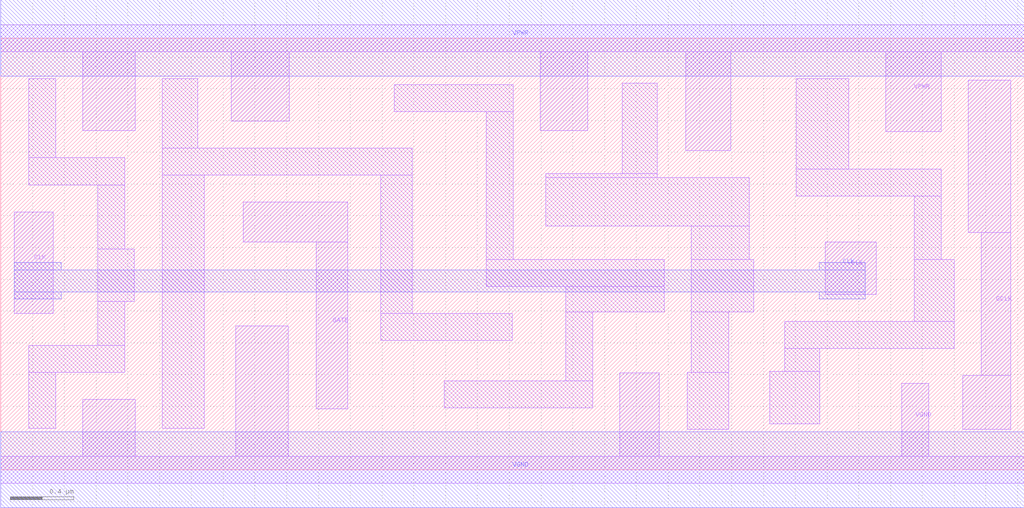
<source format=lef>
# Copyright 2020 The SkyWater PDK Authors
#
# Licensed under the Apache License, Version 2.0 (the "License");
# you may not use this file except in compliance with the License.
# You may obtain a copy of the License at
#
#     https://www.apache.org/licenses/LICENSE-2.0
#
# Unless required by applicable law or agreed to in writing, software
# distributed under the License is distributed on an "AS IS" BASIS,
# WITHOUT WARRANTIES OR CONDITIONS OF ANY KIND, either express or implied.
# See the License for the specific language governing permissions and
# limitations under the License.
#
# SPDX-License-Identifier: Apache-2.0

VERSION 5.5 ;
NAMESCASESENSITIVE ON ;
BUSBITCHARS "[]" ;
DIVIDERCHAR "/" ;
MACRO sky130_fd_sc_hd__dlclkp_1
  CLASS CORE ;
  SOURCE USER ;
  ORIGIN  0.000000  0.000000 ;
  SIZE  6.440000 BY  2.720000 ;
  SYMMETRY X Y R90 ;
  SITE unithd ;
  PIN GATE
    ANTENNAGATEAREA  0.159000 ;
    DIRECTION INPUT ;
    USE SIGNAL ;
    PORT
      LAYER li1 ;
        RECT 1.525000 1.435000 2.185000 1.685000 ;
        RECT 1.985000 0.385000 2.185000 1.435000 ;
    END
  END GATE
  PIN GCLK
    ANTENNADIFFAREA  0.429000 ;
    DIRECTION OUTPUT ;
    USE SIGNAL ;
    PORT
      LAYER li1 ;
        RECT 6.055000 0.255000 6.355000 0.595000 ;
        RECT 6.090000 1.495000 6.355000 2.455000 ;
        RECT 6.170000 0.595000 6.355000 1.495000 ;
    END
  END GCLK
  PIN CLK
    ANTENNAGATEAREA  0.318000 ;
    DIRECTION INPUT ;
    USE CLOCK ;
    PORT
      LAYER li1 ;
        RECT 0.085000 0.985000 0.330000 1.625000 ;
    END
    PORT
      LAYER li1 ;
        RECT 5.190000 1.105000 5.510000 1.435000 ;
    END
    PORT
      LAYER met1 ;
        RECT 0.085000 1.075000 0.380000 1.120000 ;
        RECT 0.085000 1.120000 5.440000 1.260000 ;
        RECT 0.085000 1.260000 0.380000 1.305000 ;
        RECT 5.150000 1.075000 5.440000 1.120000 ;
        RECT 5.150000 1.260000 5.440000 1.305000 ;
    END
  END CLK
  PIN VGND
    DIRECTION INOUT ;
    SHAPE ABUTMENT ;
    USE GROUND ;
    PORT
      LAYER li1 ;
        RECT 0.000000 -0.085000 6.440000 0.085000 ;
        RECT 0.515000  0.085000 0.845000 0.445000 ;
        RECT 1.480000  0.085000 1.810000 0.905000 ;
        RECT 3.895000  0.085000 4.145000 0.610000 ;
        RECT 5.670000  0.085000 5.840000 0.545000 ;
    END
    PORT
      LAYER met1 ;
        RECT 0.000000 -0.240000 6.440000 0.240000 ;
    END
  END VGND
  PIN VNB
    DIRECTION INOUT ;
    USE GROUND ;
    PORT
    END
  END VNB
  PIN VPB
    DIRECTION INOUT ;
    USE POWER ;
    PORT
    END
  END VPB
  PIN VPWR
    DIRECTION INOUT ;
    SHAPE ABUTMENT ;
    USE POWER ;
    PORT
      LAYER li1 ;
        RECT 0.000000 2.635000 6.440000 2.805000 ;
        RECT 0.515000 2.135000 0.845000 2.635000 ;
        RECT 1.450000 2.195000 1.815000 2.635000 ;
        RECT 3.395000 2.135000 3.695000 2.635000 ;
        RECT 4.310000 2.010000 4.595000 2.635000 ;
        RECT 5.570000 2.130000 5.920000 2.635000 ;
    END
    PORT
      LAYER met1 ;
        RECT 0.000000 2.480000 6.440000 2.960000 ;
    END
  END VPWR
  OBS
    LAYER li1 ;
      RECT 0.175000 0.260000 0.345000 0.615000 ;
      RECT 0.175000 0.615000 0.780000 0.785000 ;
      RECT 0.175000 1.795000 0.780000 1.965000 ;
      RECT 0.175000 1.965000 0.345000 2.465000 ;
      RECT 0.610000 0.785000 0.780000 1.060000 ;
      RECT 0.610000 1.060000 0.840000 1.390000 ;
      RECT 0.610000 1.390000 0.780000 1.795000 ;
      RECT 1.015000 0.260000 1.280000 1.855000 ;
      RECT 1.015000 1.855000 2.590000 2.025000 ;
      RECT 1.015000 2.025000 1.240000 2.465000 ;
      RECT 2.390000 0.815000 3.220000 0.985000 ;
      RECT 2.390000 0.985000 2.590000 1.855000 ;
      RECT 2.475000 2.255000 3.225000 2.425000 ;
      RECT 2.790000 0.390000 3.725000 0.560000 ;
      RECT 3.055000 1.155000 4.175000 1.325000 ;
      RECT 3.055000 1.325000 3.225000 2.255000 ;
      RECT 3.430000 1.535000 4.710000 1.840000 ;
      RECT 3.430000 1.840000 4.130000 1.865000 ;
      RECT 3.555000 0.560000 3.725000 0.995000 ;
      RECT 3.555000 0.995000 4.175000 1.155000 ;
      RECT 3.910000 1.865000 4.130000 2.435000 ;
      RECT 4.320000 0.255000 4.580000 0.615000 ;
      RECT 4.345000 0.615000 4.580000 0.995000 ;
      RECT 4.345000 0.995000 4.740000 1.325000 ;
      RECT 4.345000 1.325000 4.710000 1.535000 ;
      RECT 4.840000 0.290000 5.155000 0.620000 ;
      RECT 4.935000 0.620000 5.155000 0.765000 ;
      RECT 4.935000 0.765000 6.000000 0.935000 ;
      RECT 5.005000 1.725000 5.920000 1.895000 ;
      RECT 5.005000 1.895000 5.335000 2.465000 ;
      RECT 5.750000 0.935000 6.000000 1.325000 ;
      RECT 5.750000 1.325000 5.920000 1.725000 ;
  END
END sky130_fd_sc_hd__dlclkp_1
END LIBRARY

</source>
